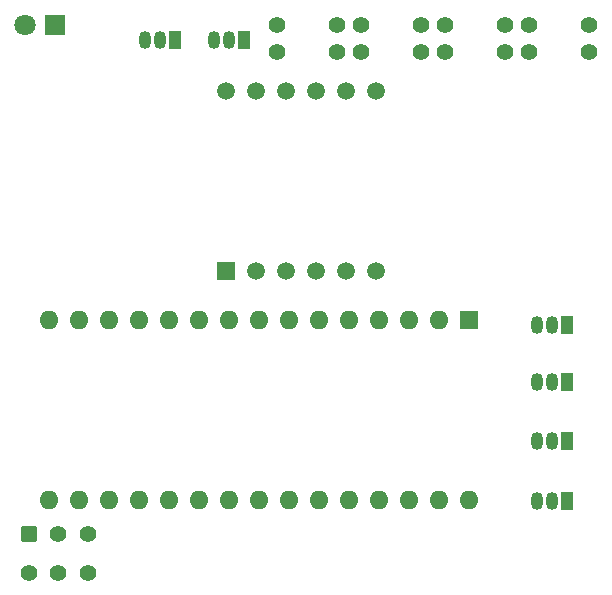
<source format=gbr>
%TF.GenerationSoftware,KiCad,Pcbnew,9.0.4*%
%TF.CreationDate,2025-09-23T13:55:46-04:00*%
%TF.ProjectId,Thermometer,54686572-6d6f-46d6-9574-65722e6b6963,rev?*%
%TF.SameCoordinates,Original*%
%TF.FileFunction,Soldermask,Top*%
%TF.FilePolarity,Negative*%
%FSLAX46Y46*%
G04 Gerber Fmt 4.6, Leading zero omitted, Abs format (unit mm)*
G04 Created by KiCad (PCBNEW 9.0.4) date 2025-09-23 13:55:46*
%MOMM*%
%LPD*%
G01*
G04 APERTURE LIST*
G04 Aperture macros list*
%AMRoundRect*
0 Rectangle with rounded corners*
0 $1 Rounding radius*
0 $2 $3 $4 $5 $6 $7 $8 $9 X,Y pos of 4 corners*
0 Add a 4 corners polygon primitive as box body*
4,1,4,$2,$3,$4,$5,$6,$7,$8,$9,$2,$3,0*
0 Add four circle primitives for the rounded corners*
1,1,$1+$1,$2,$3*
1,1,$1+$1,$4,$5*
1,1,$1+$1,$6,$7*
1,1,$1+$1,$8,$9*
0 Add four rect primitives between the rounded corners*
20,1,$1+$1,$2,$3,$4,$5,0*
20,1,$1+$1,$4,$5,$6,$7,0*
20,1,$1+$1,$6,$7,$8,$9,0*
20,1,$1+$1,$8,$9,$2,$3,0*%
G04 Aperture macros list end*
%ADD10O,1.050000X1.500000*%
%ADD11R,1.050000X1.500000*%
%ADD12O,1.600000X1.600000*%
%ADD13R,1.600000X1.600000*%
%ADD14C,1.400000*%
%ADD15RoundRect,0.250000X-0.450000X-0.450000X0.450000X-0.450000X0.450000X0.450000X-0.450000X0.450000X0*%
%ADD16C,1.500000*%
%ADD17R,1.500000X1.500000*%
%ADD18R,1.800000X1.800000*%
%ADD19C,1.800000*%
G04 APERTURE END LIST*
D10*
%TO.C,U2*%
X103378000Y-72898000D03*
X104648000Y-72898000D03*
D11*
X105918000Y-72898000D03*
%TD*%
D12*
%TO.C,Arduino Nano*%
X124940000Y-111832000D03*
X122400000Y-111832000D03*
X119860000Y-111832000D03*
X117320000Y-111832000D03*
X114780000Y-111832000D03*
X112240000Y-111832000D03*
X109700000Y-111832000D03*
X107160000Y-111832000D03*
X104620000Y-111832000D03*
X102080000Y-111832000D03*
X99540000Y-111832000D03*
X97000000Y-111832000D03*
X94460000Y-111832000D03*
X91920000Y-111832000D03*
X89380000Y-111832000D03*
X89380000Y-96592000D03*
X91920000Y-96592000D03*
X94460000Y-96592000D03*
X97000000Y-96592000D03*
X99540000Y-96592000D03*
X102080000Y-96592000D03*
X104620000Y-96592000D03*
X107160000Y-96592000D03*
X109700000Y-96592000D03*
X112240000Y-96592000D03*
X114780000Y-96592000D03*
X117320000Y-96592000D03*
X119860000Y-96592000D03*
X122400000Y-96592000D03*
D13*
X124940000Y-96592000D03*
%TD*%
D14*
%TO.C,R10*%
X120904000Y-71628000D03*
X115824000Y-71628000D03*
%TD*%
%TO.C,R9*%
X108712000Y-73914000D03*
X113792000Y-73914000D03*
%TD*%
%TO.C,R8*%
X108712000Y-71628000D03*
X113792000Y-71628000D03*
%TD*%
%TO.C,R7*%
X135128000Y-71628000D03*
X130048000Y-71628000D03*
%TD*%
%TO.C,R6*%
X128016000Y-71628000D03*
X122936000Y-71628000D03*
%TD*%
%TO.C,R5*%
X128016000Y-73914000D03*
X122936000Y-73914000D03*
%TD*%
%TO.C,R4*%
X115824000Y-73914000D03*
X120904000Y-73914000D03*
%TD*%
%TO.C,R2*%
X135128000Y-73914000D03*
X130048000Y-73914000D03*
%TD*%
%TO.C,SW1*%
X87670000Y-117989500D03*
X90170000Y-117989500D03*
X92670000Y-117989500D03*
X92670000Y-114689500D03*
X90170000Y-114689500D03*
D15*
X87670000Y-114689500D03*
%TD*%
D10*
%TO.C,Q3*%
X130730000Y-106890000D03*
X132000000Y-106890000D03*
D11*
X133270000Y-106890000D03*
%TD*%
D10*
%TO.C,Q2*%
X130730000Y-101890000D03*
X132000000Y-101890000D03*
D11*
X133270000Y-101890000D03*
%TD*%
D10*
%TO.C,Q4*%
X130730000Y-111890000D03*
X132000000Y-111890000D03*
D11*
X133270000Y-111890000D03*
%TD*%
D10*
%TO.C,Q1*%
X130730000Y-97000000D03*
X132000000Y-97000000D03*
D11*
X133270000Y-97000000D03*
%TD*%
D10*
%TO.C,U3*%
X97536000Y-72898000D03*
X98806000Y-72898000D03*
D11*
X100076000Y-72898000D03*
%TD*%
D16*
%TO.C,U1*%
X104394000Y-77216000D03*
X106934000Y-77216000D03*
X109474000Y-77216000D03*
X112014000Y-77216000D03*
X114554000Y-77216000D03*
X117094000Y-77216000D03*
X117094000Y-92456000D03*
X114554000Y-92456000D03*
X112014000Y-92456000D03*
X109474000Y-92456000D03*
X106934000Y-92456000D03*
D17*
X104394000Y-92456000D03*
%TD*%
D18*
%TO.C,D1*%
X89916000Y-71628000D03*
D19*
X87376000Y-71628000D03*
%TD*%
M02*

</source>
